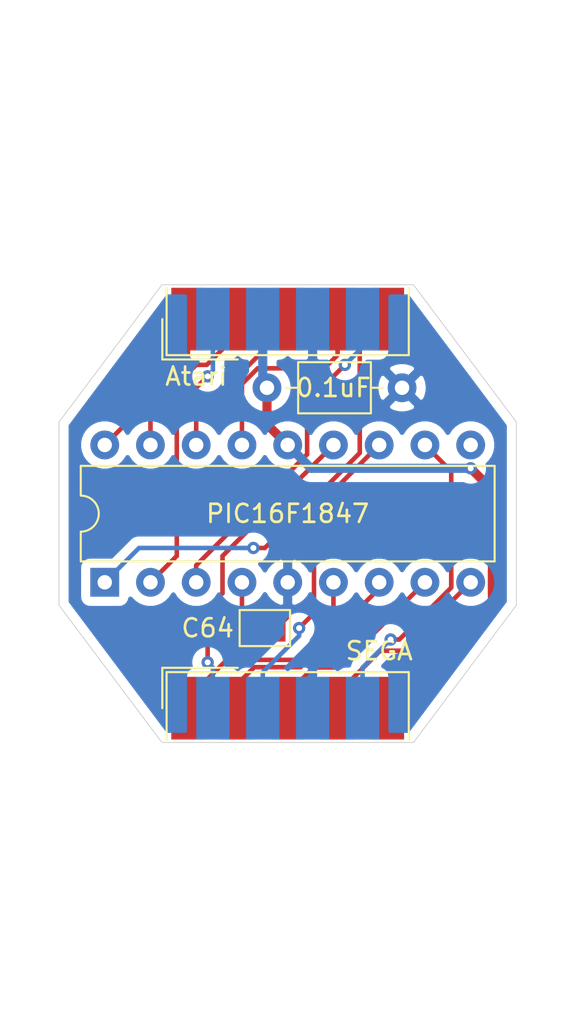
<source format=kicad_pcb>
(kicad_pcb (version 20171130) (host pcbnew "(5.1.9-0-10_14)")

  (general
    (thickness 1.6)
    (drawings 8)
    (tracks 98)
    (zones 0)
    (modules 5)
    (nets 19)
  )

  (page A4)
  (layers
    (0 F.Cu signal)
    (31 B.Cu signal)
    (36 B.SilkS user)
    (37 F.SilkS user)
    (38 B.Mask user)
    (39 F.Mask user)
    (41 Cmts.User user)
    (44 Edge.Cuts user)
    (45 Margin user)
    (46 B.CrtYd user)
    (47 F.CrtYd user)
    (49 F.Fab user)
  )

  (setup
    (last_trace_width 0.254)
    (user_trace_width 0.254)
    (user_trace_width 0.508)
    (trace_clearance 0.1524)
    (zone_clearance 0.508)
    (zone_45_only no)
    (trace_min 0.1524)
    (via_size 0.6858)
    (via_drill 0.3302)
    (via_min_size 0.508)
    (via_min_drill 0.254)
    (uvia_size 0.6858)
    (uvia_drill 0.3302)
    (uvias_allowed no)
    (uvia_min_size 0)
    (uvia_min_drill 0)
    (edge_width 0.05)
    (segment_width 0.2)
    (pcb_text_width 0.3)
    (pcb_text_size 1.5 1.5)
    (mod_edge_width 0.12)
    (mod_text_size 1 1)
    (mod_text_width 0.15)
    (pad_size 1.524 1.524)
    (pad_drill 0.762)
    (pad_to_mask_clearance 0.0508)
    (aux_axis_origin 0 0)
    (visible_elements FFFFFF7F)
    (pcbplotparams
      (layerselection 0x010fc_ffffffff)
      (usegerberextensions false)
      (usegerberattributes true)
      (usegerberadvancedattributes true)
      (creategerberjobfile true)
      (excludeedgelayer true)
      (linewidth 0.100000)
      (plotframeref false)
      (viasonmask false)
      (mode 1)
      (useauxorigin false)
      (hpglpennumber 1)
      (hpglpenspeed 20)
      (hpglpendiameter 15.000000)
      (psnegative false)
      (psa4output false)
      (plotreference true)
      (plotvalue true)
      (plotinvisibletext false)
      (padsonsilk false)
      (subtractmaskfromsilk false)
      (outputformat 1)
      (mirror false)
      (drillshape 1)
      (scaleselection 1)
      (outputdirectory ""))
  )

  (net 0 "")
  (net 1 "Net-(J1-Pad1)")
  (net 2 "Net-(J1-Pad2)")
  (net 3 "Net-(J1-Pad3)")
  (net 4 "Net-(J1-Pad4)")
  (net 5 "Net-(J1-Pad6)")
  (net 6 "Net-(J1-Pad7)")
  (net 7 "Net-(J1-Pad9)")
  (net 8 "Net-(J2-Pad1)")
  (net 9 "Net-(J2-Pad2)")
  (net 10 "Net-(J2-Pad3)")
  (net 11 "Net-(J2-Pad4)")
  (net 12 "Net-(J2-Pad5)")
  (net 13 "Net-(J2-Pad6)")
  (net 14 "Net-(J2-Pad9)")
  (net 15 "Net-(U1-Pad10)")
  (net 16 GND)
  (net 17 +5V)
  (net 18 "Net-(JP1-Pad1)")

  (net_class Default "This is the default net class."
    (clearance 0.1524)
    (trace_width 0.1524)
    (via_dia 0.6858)
    (via_drill 0.3302)
    (uvia_dia 0.6858)
    (uvia_drill 0.3302)
    (add_net +5V)
    (add_net GND)
    (add_net "Net-(J1-Pad1)")
    (add_net "Net-(J1-Pad2)")
    (add_net "Net-(J1-Pad3)")
    (add_net "Net-(J1-Pad4)")
    (add_net "Net-(J1-Pad6)")
    (add_net "Net-(J1-Pad7)")
    (add_net "Net-(J1-Pad9)")
    (add_net "Net-(J2-Pad1)")
    (add_net "Net-(J2-Pad2)")
    (add_net "Net-(J2-Pad3)")
    (add_net "Net-(J2-Pad4)")
    (add_net "Net-(J2-Pad5)")
    (add_net "Net-(J2-Pad6)")
    (add_net "Net-(J2-Pad9)")
    (add_net "Net-(JP1-Pad1)")
    (add_net "Net-(U1-Pad10)")
  )

  (module Package_DIP:DIP-18_W7.62mm (layer F.Cu) (tedit 5A02E8C5) (tstamp 601EC46C)
    (at 135.89 130.81 90)
    (descr "18-lead though-hole mounted DIP package, row spacing 7.62 mm (300 mils)")
    (tags "THT DIP DIL PDIP 2.54mm 7.62mm 300mil")
    (path /601EB7C3)
    (fp_text reference U1 (at 3.81 -2.33 90) (layer Cmts.User)
      (effects (font (size 1 1) (thickness 0.15)))
    )
    (fp_text value PIC16F1847 (at 3.81 10.16 180) (layer F.SilkS)
      (effects (font (size 1 1) (thickness 0.15)))
    )
    (fp_line (start 1.635 -1.27) (end 6.985 -1.27) (layer F.Fab) (width 0.1))
    (fp_line (start 6.985 -1.27) (end 6.985 21.59) (layer F.Fab) (width 0.1))
    (fp_line (start 6.985 21.59) (end 0.635 21.59) (layer F.Fab) (width 0.1))
    (fp_line (start 0.635 21.59) (end 0.635 -0.27) (layer F.Fab) (width 0.1))
    (fp_line (start 0.635 -0.27) (end 1.635 -1.27) (layer F.Fab) (width 0.1))
    (fp_line (start 2.81 -1.33) (end 1.16 -1.33) (layer F.SilkS) (width 0.12))
    (fp_line (start 1.16 -1.33) (end 1.16 21.65) (layer F.SilkS) (width 0.12))
    (fp_line (start 1.16 21.65) (end 6.46 21.65) (layer F.SilkS) (width 0.12))
    (fp_line (start 6.46 21.65) (end 6.46 -1.33) (layer F.SilkS) (width 0.12))
    (fp_line (start 6.46 -1.33) (end 4.81 -1.33) (layer F.SilkS) (width 0.12))
    (fp_line (start -1.1 -1.55) (end -1.1 21.85) (layer F.CrtYd) (width 0.05))
    (fp_line (start -1.1 21.85) (end 8.7 21.85) (layer F.CrtYd) (width 0.05))
    (fp_line (start 8.7 21.85) (end 8.7 -1.55) (layer F.CrtYd) (width 0.05))
    (fp_line (start 8.7 -1.55) (end -1.1 -1.55) (layer F.CrtYd) (width 0.05))
    (fp_arc (start 3.81 -1.33) (end 2.81 -1.33) (angle -180) (layer F.SilkS) (width 0.12))
    (fp_text user %R (at 3.81 20.32 90) (layer F.Fab)
      (effects (font (size 1 1) (thickness 0.15)))
    )
    (pad 1 thru_hole rect (at 0 0 90) (size 1.6 1.6) (drill 0.8) (layers *.Cu *.Mask)
      (net 12 "Net-(J2-Pad5)"))
    (pad 10 thru_hole oval (at 7.62 20.32 90) (size 1.6 1.6) (drill 0.8) (layers *.Cu *.Mask)
      (net 15 "Net-(U1-Pad10)"))
    (pad 2 thru_hole oval (at 0 2.54 90) (size 1.6 1.6) (drill 0.8) (layers *.Cu *.Mask)
      (net 13 "Net-(J2-Pad6)"))
    (pad 11 thru_hole oval (at 7.62 17.78 90) (size 1.6 1.6) (drill 0.8) (layers *.Cu *.Mask)
      (net 7 "Net-(J1-Pad9)"))
    (pad 3 thru_hole oval (at 0 5.08 90) (size 1.6 1.6) (drill 0.8) (layers *.Cu *.Mask)
      (net 14 "Net-(J2-Pad9)"))
    (pad 12 thru_hole oval (at 7.62 15.24 90) (size 1.6 1.6) (drill 0.8) (layers *.Cu *.Mask)
      (net 6 "Net-(J1-Pad7)"))
    (pad 4 thru_hole oval (at 0 7.62 90) (size 1.6 1.6) (drill 0.8) (layers *.Cu *.Mask)
      (net 18 "Net-(JP1-Pad1)"))
    (pad 13 thru_hole oval (at 7.62 12.7 90) (size 1.6 1.6) (drill 0.8) (layers *.Cu *.Mask)
      (net 5 "Net-(J1-Pad6)"))
    (pad 5 thru_hole oval (at 0 10.16 90) (size 1.6 1.6) (drill 0.8) (layers *.Cu *.Mask)
      (net 16 GND))
    (pad 14 thru_hole oval (at 7.62 10.16 90) (size 1.6 1.6) (drill 0.8) (layers *.Cu *.Mask)
      (net 17 +5V))
    (pad 6 thru_hole oval (at 0 12.7 90) (size 1.6 1.6) (drill 0.8) (layers *.Cu *.Mask)
      (net 1 "Net-(J1-Pad1)"))
    (pad 15 thru_hole oval (at 7.62 7.62 90) (size 1.6 1.6) (drill 0.8) (layers *.Cu *.Mask)
      (net 11 "Net-(J2-Pad4)"))
    (pad 7 thru_hole oval (at 0 15.24 90) (size 1.6 1.6) (drill 0.8) (layers *.Cu *.Mask)
      (net 2 "Net-(J1-Pad2)"))
    (pad 16 thru_hole oval (at 7.62 5.08 90) (size 1.6 1.6) (drill 0.8) (layers *.Cu *.Mask)
      (net 10 "Net-(J2-Pad3)"))
    (pad 8 thru_hole oval (at 0 17.78 90) (size 1.6 1.6) (drill 0.8) (layers *.Cu *.Mask)
      (net 3 "Net-(J1-Pad3)"))
    (pad 17 thru_hole oval (at 7.62 2.54 90) (size 1.6 1.6) (drill 0.8) (layers *.Cu *.Mask)
      (net 9 "Net-(J2-Pad2)"))
    (pad 9 thru_hole oval (at 0 20.32 90) (size 1.6 1.6) (drill 0.8) (layers *.Cu *.Mask)
      (net 4 "Net-(J1-Pad4)"))
    (pad 18 thru_hole oval (at 7.62 0 90) (size 1.6 1.6) (drill 0.8) (layers *.Cu *.Mask)
      (net 8 "Net-(J2-Pad1)"))
    (model ${KISYS3DMOD}/Package_DIP.3dshapes/DIP-18_W7.62mm.wrl
      (at (xyz 0 0 0))
      (scale (xyz 1 1 1))
      (rotate (xyz 0 0 0))
    )
  )

  (module Jumper:SolderJumper-2_P1.3mm_Open_Pad1.0x1.5mm (layer F.Cu) (tedit 5A3EABFC) (tstamp 604FFCD7)
    (at 144.78 133.35)
    (descr "SMD Solder Jumper, 1x1.5mm Pads, 0.3mm gap, open")
    (tags "solder jumper open")
    (path /60502D56)
    (attr virtual)
    (fp_text reference JP1 (at 0 -1.8) (layer Cmts.User)
      (effects (font (size 1 1) (thickness 0.15)))
    )
    (fp_text value C64 (at -3.175 0) (layer F.SilkS)
      (effects (font (size 1 1) (thickness 0.15)))
    )
    (fp_line (start -1.4 1) (end -1.4 -1) (layer F.SilkS) (width 0.12))
    (fp_line (start 1.4 1) (end -1.4 1) (layer F.SilkS) (width 0.12))
    (fp_line (start 1.4 -1) (end 1.4 1) (layer F.SilkS) (width 0.12))
    (fp_line (start -1.4 -1) (end 1.4 -1) (layer F.SilkS) (width 0.12))
    (fp_line (start -1.65 -1.25) (end 1.65 -1.25) (layer F.CrtYd) (width 0.05))
    (fp_line (start -1.65 -1.25) (end -1.65 1.25) (layer F.CrtYd) (width 0.05))
    (fp_line (start 1.65 1.25) (end 1.65 -1.25) (layer F.CrtYd) (width 0.05))
    (fp_line (start 1.65 1.25) (end -1.65 1.25) (layer F.CrtYd) (width 0.05))
    (pad 1 smd rect (at -0.65 0) (size 1 1.5) (layers F.Cu F.Mask)
      (net 18 "Net-(JP1-Pad1)"))
    (pad 2 smd rect (at 0.65 0) (size 1 1.5) (layers F.Cu F.Mask)
      (net 16 GND))
  )

  (module Connector_Dsub:DSUB-9_Male_EdgeMount_P2.77mm (layer F.Cu) (tedit 59FEDEE2) (tstamp 601EC3D9)
    (at 146.05 137.795)
    (descr "9-pin D-Sub connector, solder-cups edge-mounted, male, x-pin-pitch 2.77mm, distance of mounting holes 25mm, see https://disti-assets.s3.amazonaws.com/tonar/files/datasheets/16730.pdf")
    (tags "9-pin D-Sub connector edge mount solder cup male x-pin-pitch 2.77mm mounting holes distance 25mm")
    (path /601EDA30)
    (attr smd)
    (fp_text reference SEGA (at 5.08 -3.175) (layer F.SilkS)
      (effects (font (size 1 1) (thickness 0.15)))
    )
    (fp_text value Sega (at 0 16.69) (layer F.Fab)
      (effects (font (size 1 1) (thickness 0.15)))
    )
    (fp_line (start -15.425 1.99) (end 15.425 1.99) (layer Dwgs.User) (width 0.05))
    (fp_line (start -6.963333 -2.24) (end -2.77 -2.24) (layer F.SilkS) (width 0.12))
    (fp_line (start -6.963333 0) (end -6.963333 -2.24) (layer F.SilkS) (width 0.12))
    (fp_line (start -6.723333 -2) (end -6.723333 1.74) (layer F.SilkS) (width 0.12))
    (fp_line (start 6.723333 -2) (end -6.723333 -2) (layer F.SilkS) (width 0.12))
    (fp_line (start 6.723333 1.74) (end 6.723333 -2) (layer F.SilkS) (width 0.12))
    (fp_line (start -7 1.5) (end -7 -2.25) (layer F.CrtYd) (width 0.05))
    (fp_line (start -8.05 1.5) (end -7 1.5) (layer F.CrtYd) (width 0.05))
    (fp_line (start -8.05 4.3) (end -8.05 1.5) (layer F.CrtYd) (width 0.05))
    (fp_line (start -9.05 4.3) (end -8.05 4.3) (layer F.CrtYd) (width 0.05))
    (fp_line (start -9.05 8.8) (end -9.05 4.3) (layer F.CrtYd) (width 0.05))
    (fp_line (start -15.95 8.8) (end -9.05 8.8) (layer F.CrtYd) (width 0.05))
    (fp_line (start -15.95 10.2) (end -15.95 8.8) (layer F.CrtYd) (width 0.05))
    (fp_line (start -8.65 10.2) (end -15.95 10.2) (layer F.CrtYd) (width 0.05))
    (fp_line (start -8.65 16.2) (end -8.65 10.2) (layer F.CrtYd) (width 0.05))
    (fp_line (start 8.65 16.2) (end -8.65 16.2) (layer F.CrtYd) (width 0.05))
    (fp_line (start 8.65 10.2) (end 8.65 16.2) (layer F.CrtYd) (width 0.05))
    (fp_line (start 15.95 10.2) (end 8.65 10.2) (layer F.CrtYd) (width 0.05))
    (fp_line (start 15.95 8.8) (end 15.95 10.2) (layer F.CrtYd) (width 0.05))
    (fp_line (start 9.05 8.8) (end 15.95 8.8) (layer F.CrtYd) (width 0.05))
    (fp_line (start 9.05 4.3) (end 9.05 8.8) (layer F.CrtYd) (width 0.05))
    (fp_line (start 8.05 4.3) (end 9.05 4.3) (layer F.CrtYd) (width 0.05))
    (fp_line (start 8.05 1.5) (end 8.05 4.3) (layer F.CrtYd) (width 0.05))
    (fp_line (start 7 1.5) (end 8.05 1.5) (layer F.CrtYd) (width 0.05))
    (fp_line (start 7 -2.25) (end 7 1.5) (layer F.CrtYd) (width 0.05))
    (fp_line (start -7 -2.25) (end 7 -2.25) (layer F.CrtYd) (width 0.05))
    (fp_line (start 8.15 9.69) (end -8.15 9.69) (layer F.Fab) (width 0.1))
    (fp_line (start 8.15 15.69) (end 8.15 9.69) (layer F.Fab) (width 0.1))
    (fp_line (start -8.15 15.69) (end 8.15 15.69) (layer F.Fab) (width 0.1))
    (fp_line (start -8.15 9.69) (end -8.15 15.69) (layer F.Fab) (width 0.1))
    (fp_line (start 15.425 9.29) (end -15.425 9.29) (layer F.Fab) (width 0.1))
    (fp_line (start 15.425 9.69) (end 15.425 9.29) (layer F.Fab) (width 0.1))
    (fp_line (start -15.425 9.69) (end 15.425 9.69) (layer F.Fab) (width 0.1))
    (fp_line (start -15.425 9.29) (end -15.425 9.69) (layer F.Fab) (width 0.1))
    (fp_line (start 8.55 4.79) (end -8.55 4.79) (layer F.Fab) (width 0.1))
    (fp_line (start 8.55 9.29) (end 8.55 4.79) (layer F.Fab) (width 0.1))
    (fp_line (start -8.55 9.29) (end 8.55 9.29) (layer F.Fab) (width 0.1))
    (fp_line (start -8.55 4.79) (end -8.55 9.29) (layer F.Fab) (width 0.1))
    (fp_line (start 7.55 1.99) (end -7.55 1.99) (layer F.Fab) (width 0.1))
    (fp_line (start 7.55 4.79) (end 7.55 1.99) (layer F.Fab) (width 0.1))
    (fp_line (start -7.55 4.79) (end 7.55 4.79) (layer F.Fab) (width 0.1))
    (fp_line (start -7.55 1.99) (end -7.55 4.79) (layer F.Fab) (width 0.1))
    (fp_line (start 4.755 -0.91) (end 3.555 -0.91) (layer B.Fab) (width 0.1))
    (fp_line (start 4.755 1.99) (end 4.755 -0.91) (layer B.Fab) (width 0.1))
    (fp_line (start 3.555 1.99) (end 4.755 1.99) (layer B.Fab) (width 0.1))
    (fp_line (start 3.555 -0.91) (end 3.555 1.99) (layer B.Fab) (width 0.1))
    (fp_line (start 1.985 -0.91) (end 0.785 -0.91) (layer B.Fab) (width 0.1))
    (fp_line (start 1.985 1.99) (end 1.985 -0.91) (layer B.Fab) (width 0.1))
    (fp_line (start 0.785 1.99) (end 1.985 1.99) (layer B.Fab) (width 0.1))
    (fp_line (start 0.785 -0.91) (end 0.785 1.99) (layer B.Fab) (width 0.1))
    (fp_line (start -0.785 -0.91) (end -1.985 -0.91) (layer B.Fab) (width 0.1))
    (fp_line (start -0.785 1.99) (end -0.785 -0.91) (layer B.Fab) (width 0.1))
    (fp_line (start -1.985 1.99) (end -0.785 1.99) (layer B.Fab) (width 0.1))
    (fp_line (start -1.985 -0.91) (end -1.985 1.99) (layer B.Fab) (width 0.1))
    (fp_line (start -3.555 -0.91) (end -4.755 -0.91) (layer B.Fab) (width 0.1))
    (fp_line (start -3.555 1.99) (end -3.555 -0.91) (layer B.Fab) (width 0.1))
    (fp_line (start -4.755 1.99) (end -3.555 1.99) (layer B.Fab) (width 0.1))
    (fp_line (start -4.755 -0.91) (end -4.755 1.99) (layer B.Fab) (width 0.1))
    (fp_line (start 6.14 -0.91) (end 4.94 -0.91) (layer F.Fab) (width 0.1))
    (fp_line (start 6.14 1.99) (end 6.14 -0.91) (layer F.Fab) (width 0.1))
    (fp_line (start 4.94 1.99) (end 6.14 1.99) (layer F.Fab) (width 0.1))
    (fp_line (start 4.94 -0.91) (end 4.94 1.99) (layer F.Fab) (width 0.1))
    (fp_line (start 3.37 -0.91) (end 2.17 -0.91) (layer F.Fab) (width 0.1))
    (fp_line (start 3.37 1.99) (end 3.37 -0.91) (layer F.Fab) (width 0.1))
    (fp_line (start 2.17 1.99) (end 3.37 1.99) (layer F.Fab) (width 0.1))
    (fp_line (start 2.17 -0.91) (end 2.17 1.99) (layer F.Fab) (width 0.1))
    (fp_line (start 0.6 -0.91) (end -0.6 -0.91) (layer F.Fab) (width 0.1))
    (fp_line (start 0.6 1.99) (end 0.6 -0.91) (layer F.Fab) (width 0.1))
    (fp_line (start -0.6 1.99) (end 0.6 1.99) (layer F.Fab) (width 0.1))
    (fp_line (start -0.6 -0.91) (end -0.6 1.99) (layer F.Fab) (width 0.1))
    (fp_line (start -2.17 -0.91) (end -3.37 -0.91) (layer F.Fab) (width 0.1))
    (fp_line (start -2.17 1.99) (end -2.17 -0.91) (layer F.Fab) (width 0.1))
    (fp_line (start -3.37 1.99) (end -2.17 1.99) (layer F.Fab) (width 0.1))
    (fp_line (start -3.37 -0.91) (end -3.37 1.99) (layer F.Fab) (width 0.1))
    (fp_line (start -4.94 -0.91) (end -6.14 -0.91) (layer F.Fab) (width 0.1))
    (fp_line (start -4.94 1.99) (end -4.94 -0.91) (layer F.Fab) (width 0.1))
    (fp_line (start -6.14 1.99) (end -4.94 1.99) (layer F.Fab) (width 0.1))
    (fp_line (start -6.14 -0.91) (end -6.14 1.99) (layer F.Fab) (width 0.1))
    (fp_text user "PCB edge" (at -10.425 1.323333) (layer Dwgs.User)
      (effects (font (size 0.5 0.5) (thickness 0.075)))
    )
    (fp_text user %R (at 0 3.39) (layer F.Fab)
      (effects (font (size 1 1) (thickness 0.15)))
    )
    (pad 9 smd rect (at 4.155 0) (size 1.846667 3.48) (layers B.Cu B.Paste B.Mask)
      (net 7 "Net-(J1-Pad9)"))
    (pad 8 smd rect (at 1.385 0) (size 1.846667 3.48) (layers B.Cu B.Paste B.Mask)
      (net 16 GND))
    (pad 7 smd rect (at -1.385 0) (size 1.846667 3.48) (layers B.Cu B.Paste B.Mask)
      (net 6 "Net-(J1-Pad7)"))
    (pad 6 smd rect (at -4.155 0) (size 1.846667 3.48) (layers B.Cu B.Paste B.Mask)
      (net 5 "Net-(J1-Pad6)"))
    (pad 5 smd rect (at 5.54 0) (size 1.846667 3.48) (layers F.Cu F.Paste F.Mask)
      (net 17 +5V))
    (pad 4 smd rect (at 2.77 0) (size 1.846667 3.48) (layers F.Cu F.Paste F.Mask)
      (net 4 "Net-(J1-Pad4)"))
    (pad 3 smd rect (at 0 0) (size 1.846667 3.48) (layers F.Cu F.Paste F.Mask)
      (net 3 "Net-(J1-Pad3)"))
    (pad 2 smd rect (at -2.77 0) (size 1.846667 3.48) (layers F.Cu F.Paste F.Mask)
      (net 2 "Net-(J1-Pad2)"))
    (pad 1 smd rect (at -5.54 0) (size 1.846667 3.48) (layers F.Cu F.Paste F.Mask)
      (net 1 "Net-(J1-Pad1)"))
    (model ${KISYS3DMOD}/Connector_Dsub.3dshapes/DSUB-9_Male_EdgeMount_P2.77mm.wrl
      (at (xyz 0 0 0))
      (scale (xyz 1 1 1))
      (rotate (xyz 0 0 0))
    )
  )

  (module Connector_Dsub:DSUB-9_Female_EdgeMount_P2.77mm (layer F.Cu) (tedit 59FEDEE2) (tstamp 60527CDB)
    (at 146.05 116.205 180)
    (descr "9-pin D-Sub connector, solder-cups edge-mounted, female, x-pin-pitch 2.77mm, distance of mounting holes 25mm, see https://disti-assets.s3.amazonaws.com/tonar/files/datasheets/16730.pdf")
    (tags "9-pin D-Sub connector edge mount solder cup female x-pin-pitch 2.77mm mounting holes distance 25mm")
    (path /601EC4D9)
    (attr smd)
    (fp_text reference Atari (at 5.08 -3.175) (layer F.SilkS)
      (effects (font (size 1 1) (thickness 0.15)))
    )
    (fp_text value Atari (at 0 16.86) (layer F.Fab)
      (effects (font (size 1 1) (thickness 0.15)))
    )
    (fp_line (start -15.425 1.99) (end 15.425 1.99) (layer Dwgs.User) (width 0.05))
    (fp_line (start 6.963333 -2.24) (end 2.77 -2.24) (layer F.SilkS) (width 0.12))
    (fp_line (start 6.963333 0) (end 6.963333 -2.24) (layer F.SilkS) (width 0.12))
    (fp_line (start -6.723333 -2) (end -6.723333 1.74) (layer F.SilkS) (width 0.12))
    (fp_line (start 6.723333 -2) (end -6.723333 -2) (layer F.SilkS) (width 0.12))
    (fp_line (start 6.723333 1.74) (end 6.723333 -2) (layer F.SilkS) (width 0.12))
    (fp_line (start -7 1.5) (end -7 -2.25) (layer F.CrtYd) (width 0.05))
    (fp_line (start -8.05 1.5) (end -7 1.5) (layer F.CrtYd) (width 0.05))
    (fp_line (start -8.05 4.3) (end -8.05 1.5) (layer F.CrtYd) (width 0.05))
    (fp_line (start -9.05 4.3) (end -8.05 4.3) (layer F.CrtYd) (width 0.05))
    (fp_line (start -9.05 8.8) (end -9.05 4.3) (layer F.CrtYd) (width 0.05))
    (fp_line (start -15.95 8.8) (end -9.05 8.8) (layer F.CrtYd) (width 0.05))
    (fp_line (start -15.95 10.2) (end -15.95 8.8) (layer F.CrtYd) (width 0.05))
    (fp_line (start -8.65 10.2) (end -15.95 10.2) (layer F.CrtYd) (width 0.05))
    (fp_line (start -8.65 16.4) (end -8.65 10.2) (layer F.CrtYd) (width 0.05))
    (fp_line (start 8.65 16.4) (end -8.65 16.4) (layer F.CrtYd) (width 0.05))
    (fp_line (start 8.65 10.2) (end 8.65 16.4) (layer F.CrtYd) (width 0.05))
    (fp_line (start 15.95 10.2) (end 8.65 10.2) (layer F.CrtYd) (width 0.05))
    (fp_line (start 15.95 8.8) (end 15.95 10.2) (layer F.CrtYd) (width 0.05))
    (fp_line (start 9.05 8.8) (end 15.95 8.8) (layer F.CrtYd) (width 0.05))
    (fp_line (start 9.05 4.3) (end 9.05 8.8) (layer F.CrtYd) (width 0.05))
    (fp_line (start 8.05 4.3) (end 9.05 4.3) (layer F.CrtYd) (width 0.05))
    (fp_line (start 8.05 1.5) (end 8.05 4.3) (layer F.CrtYd) (width 0.05))
    (fp_line (start 7 1.5) (end 8.05 1.5) (layer F.CrtYd) (width 0.05))
    (fp_line (start 7 -2.25) (end 7 1.5) (layer F.CrtYd) (width 0.05))
    (fp_line (start -7 -2.25) (end 7 -2.25) (layer F.CrtYd) (width 0.05))
    (fp_line (start 8.15 9.69) (end -8.15 9.69) (layer F.Fab) (width 0.1))
    (fp_line (start 8.15 15.86) (end 8.15 9.69) (layer F.Fab) (width 0.1))
    (fp_line (start -8.15 15.86) (end 8.15 15.86) (layer F.Fab) (width 0.1))
    (fp_line (start -8.15 9.69) (end -8.15 15.86) (layer F.Fab) (width 0.1))
    (fp_line (start 15.425 9.29) (end -15.425 9.29) (layer F.Fab) (width 0.1))
    (fp_line (start 15.425 9.69) (end 15.425 9.29) (layer F.Fab) (width 0.1))
    (fp_line (start -15.425 9.69) (end 15.425 9.69) (layer F.Fab) (width 0.1))
    (fp_line (start -15.425 9.29) (end -15.425 9.69) (layer F.Fab) (width 0.1))
    (fp_line (start 8.55 4.79) (end -8.55 4.79) (layer F.Fab) (width 0.1))
    (fp_line (start 8.55 9.29) (end 8.55 4.79) (layer F.Fab) (width 0.1))
    (fp_line (start -8.55 9.29) (end 8.55 9.29) (layer F.Fab) (width 0.1))
    (fp_line (start -8.55 4.79) (end -8.55 9.29) (layer F.Fab) (width 0.1))
    (fp_line (start 7.55 1.99) (end -7.55 1.99) (layer F.Fab) (width 0.1))
    (fp_line (start 7.55 4.79) (end 7.55 1.99) (layer F.Fab) (width 0.1))
    (fp_line (start -7.55 4.79) (end 7.55 4.79) (layer F.Fab) (width 0.1))
    (fp_line (start -7.55 1.99) (end -7.55 4.79) (layer F.Fab) (width 0.1))
    (fp_line (start -3.555 -0.91) (end -4.755 -0.91) (layer B.Fab) (width 0.1))
    (fp_line (start -3.555 1.99) (end -3.555 -0.91) (layer B.Fab) (width 0.1))
    (fp_line (start -4.755 1.99) (end -3.555 1.99) (layer B.Fab) (width 0.1))
    (fp_line (start -4.755 -0.91) (end -4.755 1.99) (layer B.Fab) (width 0.1))
    (fp_line (start -0.785 -0.91) (end -1.985 -0.91) (layer B.Fab) (width 0.1))
    (fp_line (start -0.785 1.99) (end -0.785 -0.91) (layer B.Fab) (width 0.1))
    (fp_line (start -1.985 1.99) (end -0.785 1.99) (layer B.Fab) (width 0.1))
    (fp_line (start -1.985 -0.91) (end -1.985 1.99) (layer B.Fab) (width 0.1))
    (fp_line (start 1.985 -0.91) (end 0.785 -0.91) (layer B.Fab) (width 0.1))
    (fp_line (start 1.985 1.99) (end 1.985 -0.91) (layer B.Fab) (width 0.1))
    (fp_line (start 0.785 1.99) (end 1.985 1.99) (layer B.Fab) (width 0.1))
    (fp_line (start 0.785 -0.91) (end 0.785 1.99) (layer B.Fab) (width 0.1))
    (fp_line (start 4.755 -0.91) (end 3.555 -0.91) (layer B.Fab) (width 0.1))
    (fp_line (start 4.755 1.99) (end 4.755 -0.91) (layer B.Fab) (width 0.1))
    (fp_line (start 3.555 1.99) (end 4.755 1.99) (layer B.Fab) (width 0.1))
    (fp_line (start 3.555 -0.91) (end 3.555 1.99) (layer B.Fab) (width 0.1))
    (fp_line (start -4.94 -0.91) (end -6.14 -0.91) (layer F.Fab) (width 0.1))
    (fp_line (start -4.94 1.99) (end -4.94 -0.91) (layer F.Fab) (width 0.1))
    (fp_line (start -6.14 1.99) (end -4.94 1.99) (layer F.Fab) (width 0.1))
    (fp_line (start -6.14 -0.91) (end -6.14 1.99) (layer F.Fab) (width 0.1))
    (fp_line (start -2.17 -0.91) (end -3.37 -0.91) (layer F.Fab) (width 0.1))
    (fp_line (start -2.17 1.99) (end -2.17 -0.91) (layer F.Fab) (width 0.1))
    (fp_line (start -3.37 1.99) (end -2.17 1.99) (layer F.Fab) (width 0.1))
    (fp_line (start -3.37 -0.91) (end -3.37 1.99) (layer F.Fab) (width 0.1))
    (fp_line (start 0.6 -0.91) (end -0.6 -0.91) (layer F.Fab) (width 0.1))
    (fp_line (start 0.6 1.99) (end 0.6 -0.91) (layer F.Fab) (width 0.1))
    (fp_line (start -0.6 1.99) (end 0.6 1.99) (layer F.Fab) (width 0.1))
    (fp_line (start -0.6 -0.91) (end -0.6 1.99) (layer F.Fab) (width 0.1))
    (fp_line (start 3.37 -0.91) (end 2.17 -0.91) (layer F.Fab) (width 0.1))
    (fp_line (start 3.37 1.99) (end 3.37 -0.91) (layer F.Fab) (width 0.1))
    (fp_line (start 2.17 1.99) (end 3.37 1.99) (layer F.Fab) (width 0.1))
    (fp_line (start 2.17 -0.91) (end 2.17 1.99) (layer F.Fab) (width 0.1))
    (fp_line (start 6.14 -0.91) (end 4.94 -0.91) (layer F.Fab) (width 0.1))
    (fp_line (start 6.14 1.99) (end 6.14 -0.91) (layer F.Fab) (width 0.1))
    (fp_line (start 4.94 1.99) (end 6.14 1.99) (layer F.Fab) (width 0.1))
    (fp_line (start 4.94 -0.91) (end 4.94 1.99) (layer F.Fab) (width 0.1))
    (fp_text user "PCB edge" (at -10.425 1.323333) (layer Dwgs.User)
      (effects (font (size 0.5 0.5) (thickness 0.075)))
    )
    (fp_text user %R (at 0 3.39) (layer F.Fab)
      (effects (font (size 1 1) (thickness 0.15)))
    )
    (pad 9 smd rect (at -4.155 0 180) (size 1.846667 3.48) (layers B.Cu B.Paste B.Mask)
      (net 14 "Net-(J2-Pad9)"))
    (pad 8 smd rect (at -1.385 0 180) (size 1.846667 3.48) (layers B.Cu B.Paste B.Mask)
      (net 16 GND))
    (pad 7 smd rect (at 1.385 0 180) (size 1.846667 3.48) (layers B.Cu B.Paste B.Mask)
      (net 17 +5V))
    (pad 6 smd rect (at 4.155 0 180) (size 1.846667 3.48) (layers B.Cu B.Paste B.Mask)
      (net 13 "Net-(J2-Pad6)"))
    (pad 5 smd rect (at -5.54 0 180) (size 1.846667 3.48) (layers F.Cu F.Paste F.Mask)
      (net 12 "Net-(J2-Pad5)"))
    (pad 4 smd rect (at -2.77 0 180) (size 1.846667 3.48) (layers F.Cu F.Paste F.Mask)
      (net 11 "Net-(J2-Pad4)"))
    (pad 3 smd rect (at 0 0 180) (size 1.846667 3.48) (layers F.Cu F.Paste F.Mask)
      (net 10 "Net-(J2-Pad3)"))
    (pad 2 smd rect (at 2.77 0 180) (size 1.846667 3.48) (layers F.Cu F.Paste F.Mask)
      (net 9 "Net-(J2-Pad2)"))
    (pad 1 smd rect (at 5.54 0 180) (size 1.846667 3.48) (layers F.Cu F.Paste F.Mask)
      (net 8 "Net-(J2-Pad1)"))
    (model ${KISYS3DMOD}/Connector_Dsub.3dshapes/DSUB-9_Female_EdgeMount_P2.77mm.wrl
      (at (xyz 0 0 0))
      (scale (xyz 1 1 1))
      (rotate (xyz 0 0 0))
    )
  )

  (module Capacitor_THT:C_Axial_L3.8mm_D2.6mm_P7.50mm_Horizontal (layer F.Cu) (tedit 5AE50EF0) (tstamp 601ECBE7)
    (at 152.4 120.015 180)
    (descr "C, Axial series, Axial, Horizontal, pin pitch=7.5mm, , length*diameter=3.8*2.6mm^2, http://www.vishay.com/docs/45231/arseries.pdf")
    (tags "C Axial series Axial Horizontal pin pitch 7.5mm  length 3.8mm diameter 2.6mm")
    (path /601532C7)
    (fp_text reference C1 (at 3.75 -2.42) (layer Cmts.User)
      (effects (font (size 1 1) (thickness 0.15)))
    )
    (fp_text value 0.1uF (at 3.81 0) (layer F.SilkS)
      (effects (font (size 1 1) (thickness 0.15)))
    )
    (fp_line (start 1.85 -1.3) (end 1.85 1.3) (layer F.Fab) (width 0.1))
    (fp_line (start 1.85 1.3) (end 5.65 1.3) (layer F.Fab) (width 0.1))
    (fp_line (start 5.65 1.3) (end 5.65 -1.3) (layer F.Fab) (width 0.1))
    (fp_line (start 5.65 -1.3) (end 1.85 -1.3) (layer F.Fab) (width 0.1))
    (fp_line (start 0 0) (end 1.85 0) (layer F.Fab) (width 0.1))
    (fp_line (start 7.5 0) (end 5.65 0) (layer F.Fab) (width 0.1))
    (fp_line (start 1.73 -1.42) (end 1.73 1.42) (layer F.SilkS) (width 0.12))
    (fp_line (start 1.73 1.42) (end 5.77 1.42) (layer F.SilkS) (width 0.12))
    (fp_line (start 5.77 1.42) (end 5.77 -1.42) (layer F.SilkS) (width 0.12))
    (fp_line (start 5.77 -1.42) (end 1.73 -1.42) (layer F.SilkS) (width 0.12))
    (fp_line (start 1.04 0) (end 1.73 0) (layer F.SilkS) (width 0.12))
    (fp_line (start 6.46 0) (end 5.77 0) (layer F.SilkS) (width 0.12))
    (fp_line (start -1.05 -1.55) (end -1.05 1.55) (layer F.CrtYd) (width 0.05))
    (fp_line (start -1.05 1.55) (end 8.55 1.55) (layer F.CrtYd) (width 0.05))
    (fp_line (start 8.55 1.55) (end 8.55 -1.55) (layer F.CrtYd) (width 0.05))
    (fp_line (start 8.55 -1.55) (end -1.05 -1.55) (layer F.CrtYd) (width 0.05))
    (fp_text user %R (at 3.75 0 90) (layer F.Fab)
      (effects (font (size 0.76 0.76) (thickness 0.114)))
    )
    (pad 1 thru_hole circle (at 0 0 180) (size 1.6 1.6) (drill 0.8) (layers *.Cu *.Mask)
      (net 16 GND))
    (pad 2 thru_hole oval (at 7.5 0 180) (size 1.6 1.6) (drill 0.8) (layers *.Cu *.Mask)
      (net 17 +5V))
    (model ${KISYS3DMOD}/Capacitor_THT.3dshapes/C_Axial_L3.8mm_D2.6mm_P7.50mm_Horizontal.wrl
      (at (xyz 0 0 0))
      (scale (xyz 1 1 1))
      (rotate (xyz 0 0 0))
    )
  )

  (gr_line (start 153.035 139.7) (end 139.065 139.7) (layer Edge.Cuts) (width 0.05) (tstamp 6053ABAA))
  (gr_line (start 158.75 132.08) (end 158.75 121.92) (layer Edge.Cuts) (width 0.05) (tstamp 6053A425))
  (gr_line (start 153.035 139.7) (end 158.75 132.08) (layer Edge.Cuts) (width 0.05))
  (gr_line (start 133.35 132.08) (end 139.065 139.7) (layer Edge.Cuts) (width 0.05))
  (gr_line (start 133.35 121.92) (end 133.35 132.08) (layer Edge.Cuts) (width 0.05))
  (gr_line (start 153.035 114.3) (end 139.065 114.3) (layer Edge.Cuts) (width 0.05) (tstamp 6052834B))
  (gr_line (start 158.75 121.92) (end 153.035 114.3) (layer Edge.Cuts) (width 0.05))
  (gr_line (start 139.065 114.3) (end 133.35 121.92) (layer Edge.Cuts) (width 0.05))

  (segment (start 148.59 130.81) (end 148.59 133.116514) (width 0.254) (layer F.Cu) (net 1))
  (segment (start 148.59 133.116514) (end 146.592113 135.114401) (width 0.254) (layer F.Cu) (net 1))
  (segment (start 142.666605 135.114401) (end 146.190599 135.114401) (width 0.254) (layer F.Cu) (net 1))
  (segment (start 140.51 137.271006) (end 142.666605 135.114401) (width 0.254) (layer F.Cu) (net 1))
  (segment (start 140.51 137.795) (end 140.51 137.271006) (width 0.254) (layer F.Cu) (net 1))
  (segment (start 146.592113 135.114401) (end 146.190599 135.114401) (width 0.254) (layer F.Cu) (net 1))
  (segment (start 151.13 131.151264) (end 146.760453 135.520811) (width 0.254) (layer F.Cu) (net 2))
  (segment (start 146.760453 135.520811) (end 144.195189 135.520811) (width 0.254) (layer F.Cu) (net 2))
  (segment (start 151.13 130.81) (end 151.13 131.151264) (width 0.254) (layer F.Cu) (net 2))
  (segment (start 143.28 136.436) (end 143.28 137.795) (width 0.254) (layer F.Cu) (net 2))
  (segment (start 144.195189 135.520811) (end 143.28 136.436) (width 0.254) (layer F.Cu) (net 2))
  (segment (start 148.944534 135.535466) (end 153.67 130.81) (width 0.254) (layer F.Cu) (net 3))
  (segment (start 147.492868 135.535466) (end 148.944534 135.535466) (width 0.254) (layer F.Cu) (net 3))
  (segment (start 146.05 136.978334) (end 147.492868 135.535466) (width 0.254) (layer F.Cu) (net 3))
  (segment (start 146.05 137.795) (end 146.05 136.978334) (width 0.254) (layer F.Cu) (net 3))
  (segment (start 152.412699 134.607301) (end 156.21 130.81) (width 0.254) (layer F.Cu) (net 4))
  (segment (start 151.191033 134.607301) (end 152.412699 134.607301) (width 0.254) (layer F.Cu) (net 4))
  (segment (start 148.82 136.978334) (end 151.191033 134.607301) (width 0.254) (layer F.Cu) (net 4))
  (segment (start 148.82 137.795) (end 148.82 136.978334) (width 0.254) (layer F.Cu) (net 4))
  (via (at 141.605 135.255) (size 0.6858) (drill 0.3302) (layers F.Cu B.Cu) (net 5))
  (segment (start 141.895 135.545) (end 141.605 135.255) (width 0.254) (layer B.Cu) (net 5))
  (segment (start 141.895 137.795) (end 141.895 135.545) (width 0.254) (layer B.Cu) (net 5))
  (segment (start 141.605 132.239066) (end 141.605 135.255) (width 0.254) (layer F.Cu) (net 5))
  (segment (start 142.430599 131.413467) (end 141.605 132.239066) (width 0.254) (layer F.Cu) (net 5))
  (segment (start 142.430599 129.349401) (end 142.430599 131.413467) (width 0.254) (layer F.Cu) (net 5))
  (segment (start 148.59 123.19) (end 142.430599 129.349401) (width 0.254) (layer F.Cu) (net 5))
  (via (at 146.685 133.35) (size 0.6858) (drill 0.3302) (layers F.Cu B.Cu) (net 6))
  (segment (start 146.685 133.781) (end 146.685 133.35) (width 0.254) (layer B.Cu) (net 6))
  (segment (start 144.665 135.801) (end 146.685 133.781) (width 0.254) (layer B.Cu) (net 6))
  (segment (start 144.665 137.795) (end 144.665 135.801) (width 0.254) (layer B.Cu) (net 6))
  (segment (start 147.510599 126.809401) (end 151.13 123.19) (width 0.254) (layer F.Cu) (net 6))
  (segment (start 147.510599 132.524401) (end 147.510599 126.809401) (width 0.254) (layer F.Cu) (net 6))
  (segment (start 146.685 133.35) (end 147.510599 132.524401) (width 0.254) (layer F.Cu) (net 6))
  (segment (start 155.130599 124.650599) (end 153.67 123.19) (width 0.254) (layer F.Cu) (net 7))
  (via (at 151.765 133.985) (size 0.6858) (drill 0.3302) (layers F.Cu B.Cu) (net 7))
  (segment (start 150.205 135.545) (end 151.765 133.985) (width 0.254) (layer B.Cu) (net 7))
  (segment (start 150.205 137.795) (end 150.205 135.545) (width 0.254) (layer B.Cu) (net 7))
  (segment (start 152.249933 133.985) (end 155.130599 131.104334) (width 0.254) (layer F.Cu) (net 7))
  (segment (start 151.765 133.985) (end 152.249933 133.985) (width 0.254) (layer F.Cu) (net 7))
  (segment (start 155.130599 130.365599) (end 155.130599 124.650599) (width 0.254) (layer F.Cu) (net 7))
  (segment (start 155.130599 131.104334) (end 155.130599 130.365599) (width 0.254) (layer F.Cu) (net 7))
  (segment (start 155.130599 131.009335) (end 155.130599 130.365599) (width 0.254) (layer F.Cu) (net 7))
  (segment (start 140.51 118.57) (end 135.89 123.19) (width 0.254) (layer F.Cu) (net 8))
  (segment (start 140.51 116.205) (end 140.51 118.57) (width 0.254) (layer F.Cu) (net 8))
  (segment (start 143.28 116.37475) (end 143.28 115.57) (width 0.254) (layer F.Cu) (net 9))
  (segment (start 143.28 117.021666) (end 141.556666 118.745) (width 0.254) (layer F.Cu) (net 9))
  (segment (start 143.28 116.205) (end 143.28 117.021666) (width 0.254) (layer F.Cu) (net 9))
  (segment (start 141.556666 118.745) (end 140.97 118.745) (width 0.254) (layer F.Cu) (net 9))
  (segment (start 138.43 121.285) (end 138.43 123.19) (width 0.254) (layer F.Cu) (net 9))
  (segment (start 140.97 118.745) (end 138.43 121.285) (width 0.254) (layer F.Cu) (net 9))
  (segment (start 146.05 114.935) (end 146.05 115.751666) (width 0.254) (layer F.Cu) (net 10))
  (segment (start 146.05 115.966256) (end 146.05 115.57) (width 0.254) (layer F.Cu) (net 10))
  (segment (start 140.97 121.681256) (end 140.97 123.19) (width 0.254) (layer F.Cu) (net 10))
  (segment (start 146.05 116.601256) (end 140.97 121.681256) (width 0.254) (layer F.Cu) (net 10))
  (segment (start 146.05 116.205) (end 146.05 116.601256) (width 0.254) (layer F.Cu) (net 10))
  (segment (start 143.51 119.807486) (end 143.51 123.19) (width 0.254) (layer F.Cu) (net 11))
  (segment (start 148.083401 118.935599) (end 144.381887 118.935599) (width 0.254) (layer F.Cu) (net 11))
  (segment (start 148.82 118.199) (end 148.083401 118.935599) (width 0.254) (layer F.Cu) (net 11))
  (segment (start 144.381887 118.935599) (end 143.51 119.807486) (width 0.254) (layer F.Cu) (net 11))
  (segment (start 148.82 116.205) (end 148.82 118.199) (width 0.254) (layer F.Cu) (net 11))
  (segment (start 151.59 115.57) (end 151.59 117.564) (width 0.254) (layer F.Cu) (net 12))
  (via (at 144.145 128.905) (size 0.6858) (drill 0.3302) (layers F.Cu B.Cu) (net 12))
  (segment (start 137.795 128.905) (end 144.145 128.905) (width 0.254) (layer B.Cu) (net 12))
  (segment (start 135.89 130.81) (end 137.795 128.905) (width 0.254) (layer B.Cu) (net 12))
  (segment (start 150.050599 117.744401) (end 151.59 116.205) (width 0.254) (layer F.Cu) (net 12))
  (segment (start 150.050599 123.634401) (end 150.050599 117.744401) (width 0.254) (layer F.Cu) (net 12))
  (segment (start 144.78 128.905) (end 150.050599 123.634401) (width 0.254) (layer F.Cu) (net 12))
  (segment (start 144.145 128.905) (end 144.78 128.905) (width 0.254) (layer F.Cu) (net 12))
  (via (at 141.605 119.38) (size 0.6858) (drill 0.3302) (layers F.Cu B.Cu) (net 13))
  (segment (start 141.895 119.09) (end 141.605 119.38) (width 0.254) (layer B.Cu) (net 13))
  (segment (start 141.895 116.205) (end 141.895 119.09) (width 0.254) (layer B.Cu) (net 13))
  (segment (start 139.890599 121.094401) (end 141.605 119.38) (width 0.254) (layer F.Cu) (net 13))
  (segment (start 139.890599 129.349401) (end 139.890599 121.094401) (width 0.254) (layer F.Cu) (net 13))
  (segment (start 138.43 130.81) (end 139.890599 129.349401) (width 0.254) (layer F.Cu) (net 13))
  (via (at 149.225 118.745) (size 0.6858) (drill 0.3302) (layers F.Cu B.Cu) (net 14))
  (segment (start 150.205 117.765) (end 149.225 118.745) (width 0.254) (layer B.Cu) (net 14))
  (segment (start 150.205 116.205) (end 150.205 117.765) (width 0.254) (layer B.Cu) (net 14))
  (segment (start 147.129401 120.840599) (end 147.129401 123.708113) (width 0.254) (layer F.Cu) (net 14))
  (segment (start 149.225 118.745) (end 147.129401 120.840599) (width 0.254) (layer F.Cu) (net 14))
  (segment (start 140.97 129.867514) (end 147.129401 123.708113) (width 0.254) (layer F.Cu) (net 14))
  (segment (start 140.97 130.81) (end 140.97 129.867514) (width 0.254) (layer F.Cu) (net 14))
  (segment (start 146.05 132.73) (end 145.43 133.35) (width 0.254) (layer F.Cu) (net 16))
  (segment (start 146.05 130.81) (end 146.05 132.73) (width 0.254) (layer F.Cu) (net 16))
  (segment (start 144.9 122.04) (end 146.05 123.19) (width 0.508) (layer F.Cu) (net 17))
  (segment (start 144.9 120.015) (end 144.9 122.04) (width 0.508) (layer F.Cu) (net 17))
  (segment (start 144.665 119.78) (end 144.9 120.015) (width 0.508) (layer B.Cu) (net 17))
  (segment (start 144.665 115.57) (end 144.665 119.78) (width 0.508) (layer B.Cu) (net 17))
  (via (at 156.21 124.485303) (size 0.6858) (drill 0.3302) (layers F.Cu B.Cu) (net 17))
  (segment (start 147.345303 124.485303) (end 156.21 124.485303) (width 0.508) (layer B.Cu) (net 17))
  (segment (start 146.05 123.19) (end 147.345303 124.485303) (width 0.508) (layer B.Cu) (net 17))
  (segment (start 156.21 124.485303) (end 157.416401 125.691704) (width 0.508) (layer F.Cu) (net 17))
  (segment (start 151.59 138.43) (end 151.59 137.215474) (width 0.508) (layer F.Cu) (net 17))
  (segment (start 157.416401 131.968599) (end 157.416401 130.238599) (width 0.508) (layer F.Cu) (net 17))
  (segment (start 151.59 137.795) (end 157.416401 131.968599) (width 0.508) (layer F.Cu) (net 17))
  (segment (start 157.416401 130.238599) (end 157.416401 131.389073) (width 0.508) (layer F.Cu) (net 17))
  (segment (start 157.416401 125.691704) (end 157.416401 130.238599) (width 0.508) (layer F.Cu) (net 17))
  (segment (start 143.51 132.73) (end 144.13 133.35) (width 0.254) (layer F.Cu) (net 18))
  (segment (start 143.51 130.81) (end 143.51 132.73) (width 0.254) (layer F.Cu) (net 18))

  (zone (net 16) (net_name GND) (layer B.Cu) (tstamp 0) (hatch edge 0.508)
    (connect_pads (clearance 0.508))
    (min_thickness 0.254)
    (fill yes (arc_segments 32) (thermal_gap 0.508) (thermal_bridge_width 0.508))
    (polygon
      (pts
        (xy 158.75 121.92) (xy 158.75 132.08) (xy 153.035 139.7) (xy 139.065 139.7) (xy 133.35 132.08)
        (xy 133.35 121.92) (xy 139.065 114.3) (xy 153.035 114.3)
      )
    )
    (filled_polygon
      (pts
        (xy 140.333595 117.945) (xy 140.345855 118.069482) (xy 140.382165 118.18918) (xy 140.44113 118.299494) (xy 140.520482 118.396185)
        (xy 140.617173 118.475537) (xy 140.727487 118.534502) (xy 140.847185 118.570812) (xy 140.971667 118.583072) (xy 141.037513 118.583072)
        (xy 140.981625 118.620415) (xy 140.845415 118.756625) (xy 140.738396 118.91679) (xy 140.66468 119.094757) (xy 140.6271 119.283685)
        (xy 140.6271 119.476315) (xy 140.66468 119.665243) (xy 140.738396 119.84321) (xy 140.845415 120.003375) (xy 140.981625 120.139585)
        (xy 141.14179 120.246604) (xy 141.319757 120.32032) (xy 141.508685 120.3579) (xy 141.701315 120.3579) (xy 141.890243 120.32032)
        (xy 142.06821 120.246604) (xy 142.228375 120.139585) (xy 142.364585 120.003375) (xy 142.471604 119.84321) (xy 142.54532 119.665243)
        (xy 142.5829 119.476315) (xy 142.5829 119.419501) (xy 142.602402 119.383015) (xy 142.645974 119.239378) (xy 142.657 119.127426)
        (xy 142.657 119.127423) (xy 142.660686 119.09) (xy 142.657 119.052577) (xy 142.657 118.583072) (xy 142.818333 118.583072)
        (xy 142.942815 118.570812) (xy 143.062513 118.534502) (xy 143.172827 118.475537) (xy 143.269518 118.396185) (xy 143.28 118.383413)
        (xy 143.290482 118.396185) (xy 143.387173 118.475537) (xy 143.497487 118.534502) (xy 143.617185 118.570812) (xy 143.741667 118.583072)
        (xy 143.776001 118.583072) (xy 143.776001 119.114253) (xy 143.62832 119.335273) (xy 143.520147 119.596426) (xy 143.465 119.873665)
        (xy 143.465 120.156335) (xy 143.520147 120.433574) (xy 143.62832 120.694727) (xy 143.785363 120.929759) (xy 143.985241 121.129637)
        (xy 144.220273 121.28668) (xy 144.481426 121.394853) (xy 144.758665 121.45) (xy 145.041335 121.45) (xy 145.318574 121.394853)
        (xy 145.579727 121.28668) (xy 145.814759 121.129637) (xy 145.936694 121.007702) (xy 151.586903 121.007702) (xy 151.658486 121.251671)
        (xy 151.913996 121.372571) (xy 152.188184 121.4413) (xy 152.470512 121.455217) (xy 152.75013 121.413787) (xy 153.016292 121.318603)
        (xy 153.141514 121.251671) (xy 153.213097 121.007702) (xy 152.4 120.194605) (xy 151.586903 121.007702) (xy 145.936694 121.007702)
        (xy 146.014637 120.929759) (xy 146.17168 120.694727) (xy 146.279853 120.433574) (xy 146.335 120.156335) (xy 146.335 120.085512)
        (xy 150.959783 120.085512) (xy 151.001213 120.36513) (xy 151.096397 120.631292) (xy 151.163329 120.756514) (xy 151.407298 120.828097)
        (xy 152.220395 120.015) (xy 152.579605 120.015) (xy 153.392702 120.828097) (xy 153.636671 120.756514) (xy 153.757571 120.501004)
        (xy 153.8263 120.226816) (xy 153.840217 119.944488) (xy 153.798787 119.66487) (xy 153.703603 119.398708) (xy 153.636671 119.273486)
        (xy 153.392702 119.201903) (xy 152.579605 120.015) (xy 152.220395 120.015) (xy 151.407298 119.201903) (xy 151.163329 119.273486)
        (xy 151.042429 119.528996) (xy 150.9737 119.803184) (xy 150.959783 120.085512) (xy 146.335 120.085512) (xy 146.335 119.873665)
        (xy 146.279853 119.596426) (xy 146.17168 119.335273) (xy 146.014637 119.100241) (xy 145.814759 118.900363) (xy 145.579727 118.74332)
        (xy 145.554 118.732664) (xy 145.554 118.583072) (xy 145.588333 118.583072) (xy 145.712815 118.570812) (xy 145.832513 118.534502)
        (xy 145.942827 118.475537) (xy 146.039518 118.396185) (xy 146.05 118.383413) (xy 146.060482 118.396185) (xy 146.157173 118.475537)
        (xy 146.267487 118.534502) (xy 146.387185 118.570812) (xy 146.511667 118.583072) (xy 147.14925 118.58) (xy 147.308 118.42125)
        (xy 147.308 116.332) (xy 147.288 116.332) (xy 147.288 116.078) (xy 147.308 116.078) (xy 147.308 116.058)
        (xy 147.562 116.058) (xy 147.562 116.078) (xy 147.582 116.078) (xy 147.582 116.332) (xy 147.562 116.332)
        (xy 147.562 118.42125) (xy 147.72075 118.58) (xy 148.260245 118.582599) (xy 148.2471 118.648685) (xy 148.2471 118.841315)
        (xy 148.28468 119.030243) (xy 148.358396 119.20821) (xy 148.465415 119.368375) (xy 148.601625 119.504585) (xy 148.76179 119.611604)
        (xy 148.939757 119.68532) (xy 149.128685 119.7229) (xy 149.321315 119.7229) (xy 149.510243 119.68532) (xy 149.68821 119.611604)
        (xy 149.848375 119.504585) (xy 149.984585 119.368375) (xy 150.091604 119.20821) (xy 150.16532 119.030243) (xy 150.1669 119.022298)
        (xy 151.586903 119.022298) (xy 152.4 119.835395) (xy 153.213097 119.022298) (xy 153.141514 118.778329) (xy 152.886004 118.657429)
        (xy 152.611816 118.5887) (xy 152.329488 118.574783) (xy 152.04987 118.616213) (xy 151.783708 118.711397) (xy 151.658486 118.778329)
        (xy 151.586903 119.022298) (xy 150.1669 119.022298) (xy 150.202052 118.845579) (xy 150.464559 118.583072) (xy 151.128333 118.583072)
        (xy 151.252815 118.570812) (xy 151.372513 118.534502) (xy 151.482827 118.475537) (xy 151.579518 118.396185) (xy 151.65887 118.299494)
        (xy 151.717835 118.18918) (xy 151.754145 118.069482) (xy 151.766405 117.945) (xy 151.766405 114.96) (xy 152.705001 114.96)
        (xy 158.090001 122.140002) (xy 158.09 131.86) (xy 152.705001 139.04) (xy 151.766405 139.04) (xy 151.766405 136.055)
        (xy 151.754145 135.930518) (xy 151.717835 135.81082) (xy 151.65887 135.700506) (xy 151.579518 135.603815) (xy 151.482827 135.524463)
        (xy 151.372513 135.465498) (xy 151.364548 135.463082) (xy 151.865579 134.962052) (xy 152.050243 134.92532) (xy 152.22821 134.851604)
        (xy 152.388375 134.744585) (xy 152.524585 134.608375) (xy 152.631604 134.44821) (xy 152.70532 134.270243) (xy 152.7429 134.081315)
        (xy 152.7429 133.888685) (xy 152.70532 133.699757) (xy 152.631604 133.52179) (xy 152.524585 133.361625) (xy 152.388375 133.225415)
        (xy 152.22821 133.118396) (xy 152.050243 133.04468) (xy 151.861315 133.0071) (xy 151.668685 133.0071) (xy 151.479757 133.04468)
        (xy 151.30179 133.118396) (xy 151.141625 133.225415) (xy 151.005415 133.361625) (xy 150.898396 133.52179) (xy 150.82468 133.699757)
        (xy 150.787948 133.884421) (xy 149.692649 134.979721) (xy 149.663579 135.003578) (xy 149.639722 135.032648) (xy 149.639721 135.032649)
        (xy 149.568355 135.119608) (xy 149.497599 135.251985) (xy 149.454027 135.395622) (xy 149.451928 135.416928) (xy 149.281667 135.416928)
        (xy 149.157185 135.429188) (xy 149.037487 135.465498) (xy 148.927173 135.524463) (xy 148.830482 135.603815) (xy 148.82 135.616587)
        (xy 148.809518 135.603815) (xy 148.712827 135.524463) (xy 148.602513 135.465498) (xy 148.482815 135.429188) (xy 148.358333 135.416928)
        (xy 147.72075 135.42) (xy 147.562 135.57875) (xy 147.562 137.668) (xy 147.582 137.668) (xy 147.582 137.922)
        (xy 147.562 137.922) (xy 147.562 137.942) (xy 147.308 137.942) (xy 147.308 137.922) (xy 147.288 137.922)
        (xy 147.288 137.668) (xy 147.308 137.668) (xy 147.308 135.57875) (xy 147.14925 135.42) (xy 146.511667 135.416928)
        (xy 146.387185 135.429188) (xy 146.267487 135.465498) (xy 146.157173 135.524463) (xy 146.060482 135.603815) (xy 146.05 135.616587)
        (xy 146.039518 135.603815) (xy 145.984757 135.558874) (xy 147.197353 134.346278) (xy 147.226422 134.322422) (xy 147.321645 134.206392)
        (xy 147.392402 134.074015) (xy 147.413502 134.004458) (xy 147.444585 133.973375) (xy 147.551604 133.81321) (xy 147.62532 133.635243)
        (xy 147.6629 133.446315) (xy 147.6629 133.253685) (xy 147.62532 133.064757) (xy 147.551604 132.88679) (xy 147.444585 132.726625)
        (xy 147.308375 132.590415) (xy 147.14821 132.483396) (xy 146.970243 132.40968) (xy 146.781315 132.3721) (xy 146.588685 132.3721)
        (xy 146.399757 132.40968) (xy 146.22179 132.483396) (xy 146.061625 132.590415) (xy 145.925415 132.726625) (xy 145.818396 132.88679)
        (xy 145.74468 133.064757) (xy 145.7071 133.253685) (xy 145.7071 133.446315) (xy 145.74468 133.635243) (xy 145.747154 133.641215)
        (xy 144.152649 135.235721) (xy 144.123579 135.259578) (xy 144.099722 135.288648) (xy 144.099721 135.288649) (xy 144.028355 135.375608)
        (xy 144.006269 135.416928) (xy 143.741667 135.416928) (xy 143.617185 135.429188) (xy 143.497487 135.465498) (xy 143.387173 135.524463)
        (xy 143.290482 135.603815) (xy 143.28 135.616587) (xy 143.269518 135.603815) (xy 143.172827 135.524463) (xy 143.062513 135.465498)
        (xy 142.942815 135.429188) (xy 142.818333 135.416928) (xy 142.648072 135.416928) (xy 142.645974 135.395622) (xy 142.602402 135.251985)
        (xy 142.5829 135.215499) (xy 142.5829 135.158685) (xy 142.54532 134.969757) (xy 142.471604 134.79179) (xy 142.364585 134.631625)
        (xy 142.228375 134.495415) (xy 142.06821 134.388396) (xy 141.890243 134.31468) (xy 141.701315 134.2771) (xy 141.508685 134.2771)
        (xy 141.319757 134.31468) (xy 141.14179 134.388396) (xy 140.981625 134.495415) (xy 140.845415 134.631625) (xy 140.738396 134.79179)
        (xy 140.66468 134.969757) (xy 140.6271 135.158685) (xy 140.6271 135.351315) (xy 140.657277 135.503027) (xy 140.617173 135.524463)
        (xy 140.520482 135.603815) (xy 140.44113 135.700506) (xy 140.382165 135.81082) (xy 140.345855 135.930518) (xy 140.333595 136.055)
        (xy 140.333595 139.04) (xy 139.395 139.04) (xy 134.01 131.860001) (xy 134.01 130.01) (xy 134.451928 130.01)
        (xy 134.451928 131.61) (xy 134.464188 131.734482) (xy 134.500498 131.85418) (xy 134.559463 131.964494) (xy 134.638815 132.061185)
        (xy 134.735506 132.140537) (xy 134.84582 132.199502) (xy 134.965518 132.235812) (xy 135.09 132.248072) (xy 136.69 132.248072)
        (xy 136.814482 132.235812) (xy 136.93418 132.199502) (xy 137.044494 132.140537) (xy 137.141185 132.061185) (xy 137.220537 131.964494)
        (xy 137.279502 131.85418) (xy 137.315812 131.734482) (xy 137.316643 131.726039) (xy 137.515241 131.924637) (xy 137.750273 132.08168)
        (xy 138.011426 132.189853) (xy 138.288665 132.245) (xy 138.571335 132.245) (xy 138.848574 132.189853) (xy 139.109727 132.08168)
        (xy 139.344759 131.924637) (xy 139.544637 131.724759) (xy 139.7 131.492241) (xy 139.855363 131.724759) (xy 140.055241 131.924637)
        (xy 140.290273 132.08168) (xy 140.551426 132.189853) (xy 140.828665 132.245) (xy 141.111335 132.245) (xy 141.388574 132.189853)
        (xy 141.649727 132.08168) (xy 141.884759 131.924637) (xy 142.084637 131.724759) (xy 142.24 131.492241) (xy 142.395363 131.724759)
        (xy 142.595241 131.924637) (xy 142.830273 132.08168) (xy 143.091426 132.189853) (xy 143.368665 132.245) (xy 143.651335 132.245)
        (xy 143.928574 132.189853) (xy 144.189727 132.08168) (xy 144.424759 131.924637) (xy 144.624637 131.724759) (xy 144.78168 131.489727)
        (xy 144.786067 131.479135) (xy 144.897615 131.665131) (xy 145.086586 131.873519) (xy 145.31258 132.041037) (xy 145.566913 132.161246)
        (xy 145.700961 132.201904) (xy 145.923 132.079915) (xy 145.923 130.937) (xy 145.903 130.937) (xy 145.903 130.683)
        (xy 145.923 130.683) (xy 145.923 129.540085) (xy 146.177 129.540085) (xy 146.177 130.683) (xy 146.197 130.683)
        (xy 146.197 130.937) (xy 146.177 130.937) (xy 146.177 132.079915) (xy 146.399039 132.201904) (xy 146.533087 132.161246)
        (xy 146.78742 132.041037) (xy 147.013414 131.873519) (xy 147.202385 131.665131) (xy 147.313933 131.479135) (xy 147.31832 131.489727)
        (xy 147.475363 131.724759) (xy 147.675241 131.924637) (xy 147.910273 132.08168) (xy 148.171426 132.189853) (xy 148.448665 132.245)
        (xy 148.731335 132.245) (xy 149.008574 132.189853) (xy 149.269727 132.08168) (xy 149.504759 131.924637) (xy 149.704637 131.724759)
        (xy 149.86 131.492241) (xy 150.015363 131.724759) (xy 150.215241 131.924637) (xy 150.450273 132.08168) (xy 150.711426 132.189853)
        (xy 150.988665 132.245) (xy 151.271335 132.245) (xy 151.548574 132.189853) (xy 151.809727 132.08168) (xy 152.044759 131.924637)
        (xy 152.244637 131.724759) (xy 152.4 131.492241) (xy 152.555363 131.724759) (xy 152.755241 131.924637) (xy 152.990273 132.08168)
        (xy 153.251426 132.189853) (xy 153.528665 132.245) (xy 153.811335 132.245) (xy 154.088574 132.189853) (xy 154.349727 132.08168)
        (xy 154.584759 131.924637) (xy 154.784637 131.724759) (xy 154.94 131.492241) (xy 155.095363 131.724759) (xy 155.295241 131.924637)
        (xy 155.530273 132.08168) (xy 155.791426 132.189853) (xy 156.068665 132.245) (xy 156.351335 132.245) (xy 156.628574 132.189853)
        (xy 156.889727 132.08168) (xy 157.124759 131.924637) (xy 157.324637 131.724759) (xy 157.48168 131.489727) (xy 157.589853 131.228574)
        (xy 157.645 130.951335) (xy 157.645 130.668665) (xy 157.589853 130.391426) (xy 157.48168 130.130273) (xy 157.324637 129.895241)
        (xy 157.124759 129.695363) (xy 156.889727 129.53832) (xy 156.628574 129.430147) (xy 156.351335 129.375) (xy 156.068665 129.375)
        (xy 155.791426 129.430147) (xy 155.530273 129.53832) (xy 155.295241 129.695363) (xy 155.095363 129.895241) (xy 154.94 130.127759)
        (xy 154.784637 129.895241) (xy 154.584759 129.695363) (xy 154.349727 129.53832) (xy 154.088574 129.430147) (xy 153.811335 129.375)
        (xy 153.528665 129.375) (xy 153.251426 129.430147) (xy 152.990273 129.53832) (xy 152.755241 129.695363) (xy 152.555363 129.895241)
        (xy 152.4 130.127759) (xy 152.244637 129.895241) (xy 152.044759 129.695363) (xy 151.809727 129.53832) (xy 151.548574 129.430147)
        (xy 151.271335 129.375) (xy 150.988665 129.375) (xy 150.711426 129.430147) (xy 150.450273 129.53832) (xy 150.215241 129.695363)
        (xy 150.015363 129.895241) (xy 149.86 130.127759) (xy 149.704637 129.895241) (xy 149.504759 129.695363) (xy 149.269727 129.53832)
        (xy 149.008574 129.430147) (xy 148.731335 129.375) (xy 148.448665 129.375) (xy 148.171426 129.430147) (xy 147.910273 129.53832)
        (xy 147.675241 129.695363) (xy 147.475363 129.895241) (xy 147.31832 130.130273) (xy 147.313933 130.140865) (xy 147.202385 129.954869)
        (xy 147.013414 129.746481) (xy 146.78742 129.578963) (xy 146.533087 129.458754) (xy 146.399039 129.418096) (xy 146.177 129.540085)
        (xy 145.923 129.540085) (xy 145.700961 129.418096) (xy 145.566913 129.458754) (xy 145.31258 129.578963) (xy 145.086586 129.746481)
        (xy 144.897615 129.954869) (xy 144.786067 130.140865) (xy 144.78168 130.130273) (xy 144.624637 129.895241) (xy 144.532401 129.803005)
        (xy 144.60821 129.771604) (xy 144.768375 129.664585) (xy 144.904585 129.528375) (xy 145.011604 129.36821) (xy 145.08532 129.190243)
        (xy 145.1229 129.001315) (xy 145.1229 128.808685) (xy 145.08532 128.619757) (xy 145.011604 128.44179) (xy 144.904585 128.281625)
        (xy 144.768375 128.145415) (xy 144.60821 128.038396) (xy 144.430243 127.96468) (xy 144.241315 127.9271) (xy 144.048685 127.9271)
        (xy 143.859757 127.96468) (xy 143.68179 128.038396) (xy 143.525239 128.143) (xy 137.832423 128.143) (xy 137.795 128.139314)
        (xy 137.757577 128.143) (xy 137.757574 128.143) (xy 137.645622 128.154026) (xy 137.501985 128.197598) (xy 137.440364 128.230535)
        (xy 137.369607 128.268355) (xy 137.353438 128.281625) (xy 137.253578 128.363578) (xy 137.229721 128.392648) (xy 136.250442 129.371928)
        (xy 135.09 129.371928) (xy 134.965518 129.384188) (xy 134.84582 129.420498) (xy 134.735506 129.479463) (xy 134.638815 129.558815)
        (xy 134.559463 129.655506) (xy 134.500498 129.76582) (xy 134.464188 129.885518) (xy 134.451928 130.01) (xy 134.01 130.01)
        (xy 134.01 123.048665) (xy 134.455 123.048665) (xy 134.455 123.331335) (xy 134.510147 123.608574) (xy 134.61832 123.869727)
        (xy 134.775363 124.104759) (xy 134.975241 124.304637) (xy 135.210273 124.46168) (xy 135.471426 124.569853) (xy 135.748665 124.625)
        (xy 136.031335 124.625) (xy 136.308574 124.569853) (xy 136.569727 124.46168) (xy 136.804759 124.304637) (xy 137.004637 124.104759)
        (xy 137.16 123.872241) (xy 137.315363 124.104759) (xy 137.515241 124.304637) (xy 137.750273 124.46168) (xy 138.011426 124.569853)
        (xy 138.288665 124.625) (xy 138.571335 124.625) (xy 138.848574 124.569853) (xy 139.109727 124.46168) (xy 139.344759 124.304637)
        (xy 139.544637 124.104759) (xy 139.7 123.872241) (xy 139.855363 124.104759) (xy 140.055241 124.304637) (xy 140.290273 124.46168)
        (xy 140.551426 124.569853) (xy 140.828665 124.625) (xy 141.111335 124.625) (xy 141.388574 124.569853) (xy 141.649727 124.46168)
        (xy 141.884759 124.304637) (xy 142.084637 124.104759) (xy 142.24 123.872241) (xy 142.395363 124.104759) (xy 142.595241 124.304637)
        (xy 142.830273 124.46168) (xy 143.091426 124.569853) (xy 143.368665 124.625) (xy 143.651335 124.625) (xy 143.928574 124.569853)
        (xy 144.189727 124.46168) (xy 144.424759 124.304637) (xy 144.624637 124.104759) (xy 144.78 123.872241) (xy 144.935363 124.104759)
        (xy 145.135241 124.304637) (xy 145.370273 124.46168) (xy 145.631426 124.569853) (xy 145.908665 124.625) (xy 146.191335 124.625)
        (xy 146.22172 124.618956) (xy 146.685809 125.083044) (xy 146.713644 125.116962) (xy 146.849012 125.228056) (xy 147.003452 125.310606)
        (xy 147.069361 125.330599) (xy 147.171027 125.361439) (xy 147.204227 125.364709) (xy 147.301636 125.374303) (xy 147.301642 125.374303)
        (xy 147.345302 125.378603) (xy 147.388962 125.374303) (xy 155.800859 125.374303) (xy 155.924757 125.425623) (xy 156.113685 125.463203)
        (xy 156.306315 125.463203) (xy 156.495243 125.425623) (xy 156.67321 125.351907) (xy 156.833375 125.244888) (xy 156.969585 125.108678)
        (xy 157.076604 124.948513) (xy 157.15032 124.770546) (xy 157.1879 124.581618) (xy 157.1879 124.388988) (xy 157.16343 124.265966)
        (xy 157.324637 124.104759) (xy 157.48168 123.869727) (xy 157.589853 123.608574) (xy 157.645 123.331335) (xy 157.645 123.048665)
        (xy 157.589853 122.771426) (xy 157.48168 122.510273) (xy 157.324637 122.275241) (xy 157.124759 122.075363) (xy 156.889727 121.91832)
        (xy 156.628574 121.810147) (xy 156.351335 121.755) (xy 156.068665 121.755) (xy 155.791426 121.810147) (xy 155.530273 121.91832)
        (xy 155.295241 122.075363) (xy 155.095363 122.275241) (xy 154.94 122.507759) (xy 154.784637 122.275241) (xy 154.584759 122.075363)
        (xy 154.349727 121.91832) (xy 154.088574 121.810147) (xy 153.811335 121.755) (xy 153.528665 121.755) (xy 153.251426 121.810147)
        (xy 152.990273 121.91832) (xy 152.755241 122.075363) (xy 152.555363 122.275241) (xy 152.4 122.507759) (xy 152.244637 122.275241)
        (xy 152.044759 122.075363) (xy 151.809727 121.91832) (xy 151.548574 121.810147) (xy 151.271335 121.755) (xy 150.988665 121.755)
        (xy 150.711426 121.810147) (xy 150.450273 121.91832) (xy 150.215241 122.075363) (xy 150.015363 122.275241) (xy 149.86 122.507759)
        (xy 149.704637 122.275241) (xy 149.504759 122.075363) (xy 149.269727 121.91832) (xy 149.008574 121.810147) (xy 148.731335 121.755)
        (xy 148.448665 121.755) (xy 148.171426 121.810147) (xy 147.910273 121.91832) (xy 147.675241 122.075363) (xy 147.475363 122.275241)
        (xy 147.32 122.507759) (xy 147.164637 122.275241) (xy 146.964759 122.075363) (xy 146.729727 121.91832) (xy 146.468574 121.810147)
        (xy 146.191335 121.755) (xy 145.908665 121.755) (xy 145.631426 121.810147) (xy 145.370273 121.91832) (xy 145.135241 122.075363)
        (xy 144.935363 122.275241) (xy 144.78 122.507759) (xy 144.624637 122.275241) (xy 144.424759 122.075363) (xy 144.189727 121.91832)
        (xy 143.928574 121.810147) (xy 143.651335 121.755) (xy 143.368665 121.755) (xy 143.091426 121.810147) (xy 142.830273 121.91832)
        (xy 142.595241 122.075363) (xy 142.395363 122.275241) (xy 142.24 122.507759) (xy 142.084637 122.275241) (xy 141.884759 122.075363)
        (xy 141.649727 121.91832) (xy 141.388574 121.810147) (xy 141.111335 121.755) (xy 140.828665 121.755) (xy 140.551426 121.810147)
        (xy 140.290273 121.91832) (xy 140.055241 122.075363) (xy 139.855363 122.275241) (xy 139.7 122.507759) (xy 139.544637 122.275241)
        (xy 139.344759 122.075363) (xy 139.109727 121.91832) (xy 138.848574 121.810147) (xy 138.571335 121.755) (xy 138.288665 121.755)
        (xy 138.011426 121.810147) (xy 137.750273 121.91832) (xy 137.515241 122.075363) (xy 137.315363 122.275241) (xy 137.16 122.507759)
        (xy 137.004637 122.275241) (xy 136.804759 122.075363) (xy 136.569727 121.91832) (xy 136.308574 121.810147) (xy 136.031335 121.755)
        (xy 135.748665 121.755) (xy 135.471426 121.810147) (xy 135.210273 121.91832) (xy 134.975241 122.075363) (xy 134.775363 122.275241)
        (xy 134.61832 122.510273) (xy 134.510147 122.771426) (xy 134.455 123.048665) (xy 134.01 123.048665) (xy 134.01 122.139999)
        (xy 139.395 114.96) (xy 140.333595 114.96)
      )
    )
  )
)

</source>
